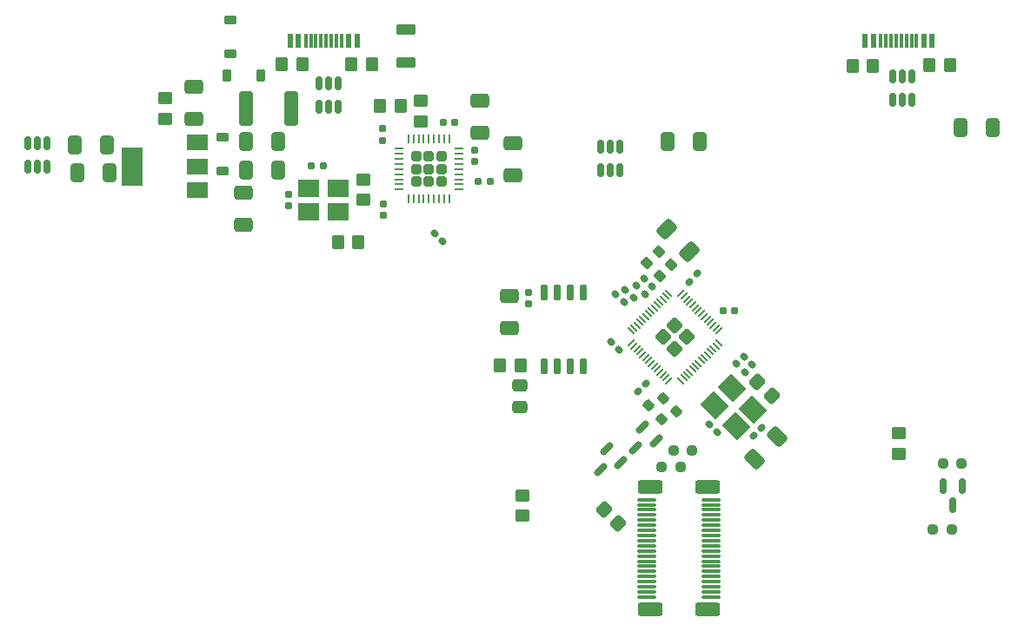
<source format=gbr>
%TF.GenerationSoftware,KiCad,Pcbnew,7.0.10*%
%TF.CreationDate,2024-01-24T01:05:34-05:00*%
%TF.ProjectId,Thinkpad-USB-keyboard-PCB,5468696e-6b70-4616-942d-5553422d6b65,rev?*%
%TF.SameCoordinates,Original*%
%TF.FileFunction,Paste,Top*%
%TF.FilePolarity,Positive*%
%FSLAX46Y46*%
G04 Gerber Fmt 4.6, Leading zero omitted, Abs format (unit mm)*
G04 Created by KiCad (PCBNEW 7.0.10) date 2024-01-24 01:05:34*
%MOMM*%
%LPD*%
G01*
G04 APERTURE LIST*
G04 Aperture macros list*
%AMRoundRect*
0 Rectangle with rounded corners*
0 $1 Rounding radius*
0 $2 $3 $4 $5 $6 $7 $8 $9 X,Y pos of 4 corners*
0 Add a 4 corners polygon primitive as box body*
4,1,4,$2,$3,$4,$5,$6,$7,$8,$9,$2,$3,0*
0 Add four circle primitives for the rounded corners*
1,1,$1+$1,$2,$3*
1,1,$1+$1,$4,$5*
1,1,$1+$1,$6,$7*
1,1,$1+$1,$8,$9*
0 Add four rect primitives between the rounded corners*
20,1,$1+$1,$2,$3,$4,$5,0*
20,1,$1+$1,$4,$5,$6,$7,0*
20,1,$1+$1,$6,$7,$8,$9,0*
20,1,$1+$1,$8,$9,$2,$3,0*%
%AMRotRect*
0 Rectangle, with rotation*
0 The origin of the aperture is its center*
0 $1 length*
0 $2 width*
0 $3 Rotation angle, in degrees counterclockwise*
0 Add horizontal line*
21,1,$1,$2,0,0,$3*%
G04 Aperture macros list end*
%ADD10RoundRect,0.155000X0.259862X-0.040659X-0.040659X0.259862X-0.259862X0.040659X0.040659X-0.259862X0*%
%ADD11RoundRect,0.250000X0.751301X0.167938X0.167938X0.751301X-0.751301X-0.167938X-0.167938X-0.751301X0*%
%ADD12RoundRect,0.250000X0.412500X0.650000X-0.412500X0.650000X-0.412500X-0.650000X0.412500X-0.650000X0*%
%ADD13RoundRect,0.150000X0.150000X-0.512500X0.150000X0.512500X-0.150000X0.512500X-0.150000X-0.512500X0*%
%ADD14RoundRect,0.155000X0.155000X-0.212500X0.155000X0.212500X-0.155000X0.212500X-0.155000X-0.212500X0*%
%ADD15RoundRect,0.250000X0.700000X-0.275000X0.700000X0.275000X-0.700000X0.275000X-0.700000X-0.275000X0*%
%ADD16RoundRect,0.150000X-0.150000X0.587500X-0.150000X-0.587500X0.150000X-0.587500X0.150000X0.587500X0*%
%ADD17RoundRect,0.237500X-0.344715X0.008839X0.008839X-0.344715X0.344715X-0.008839X-0.008839X0.344715X0*%
%ADD18RoundRect,0.237500X-0.250000X-0.237500X0.250000X-0.237500X0.250000X0.237500X-0.250000X0.237500X0*%
%ADD19RoundRect,0.250000X0.450000X-0.350000X0.450000X0.350000X-0.450000X0.350000X-0.450000X-0.350000X0*%
%ADD20RoundRect,0.250000X0.565685X0.070711X0.070711X0.565685X-0.565685X-0.070711X-0.070711X-0.565685X0*%
%ADD21RoundRect,0.250000X-0.350000X-0.450000X0.350000X-0.450000X0.350000X0.450000X-0.350000X0.450000X0*%
%ADD22RoundRect,0.250000X-0.650000X0.412500X-0.650000X-0.412500X0.650000X-0.412500X0.650000X0.412500X0*%
%ADD23R,0.600000X1.450000*%
%ADD24R,0.300000X1.450000*%
%ADD25RoundRect,0.250000X-0.412500X-0.650000X0.412500X-0.650000X0.412500X0.650000X-0.412500X0.650000X0*%
%ADD26RoundRect,0.150000X-0.150000X0.512500X-0.150000X-0.512500X0.150000X-0.512500X0.150000X0.512500X0*%
%ADD27RoundRect,0.155000X-0.259862X0.040659X0.040659X-0.259862X0.259862X-0.040659X-0.040659X0.259862X0*%
%ADD28RoundRect,0.155000X-0.040659X-0.259862X0.259862X0.040659X0.040659X0.259862X-0.259862X-0.040659X0*%
%ADD29RoundRect,0.250000X0.350000X0.450000X-0.350000X0.450000X-0.350000X-0.450000X0.350000X-0.450000X0*%
%ADD30RoundRect,0.225000X-0.225000X-0.375000X0.225000X-0.375000X0.225000X0.375000X-0.225000X0.375000X0*%
%ADD31RoundRect,0.225000X-0.375000X0.225000X-0.375000X-0.225000X0.375000X-0.225000X0.375000X0.225000X0*%
%ADD32R,2.000000X1.500000*%
%ADD33R,2.000000X3.800000*%
%ADD34RoundRect,0.237500X0.380070X-0.044194X-0.044194X0.380070X-0.380070X0.044194X0.044194X-0.380070X0*%
%ADD35RoundRect,0.247500X0.247500X-0.247500X0.247500X0.247500X-0.247500X0.247500X-0.247500X-0.247500X0*%
%ADD36RoundRect,0.062500X0.062500X-0.350000X0.062500X0.350000X-0.062500X0.350000X-0.062500X-0.350000X0*%
%ADD37RoundRect,0.062500X0.350000X-0.062500X0.350000X0.062500X-0.350000X0.062500X-0.350000X-0.062500X0*%
%ADD38R,2.100000X1.800000*%
%ADD39RoundRect,0.155000X-0.212500X-0.155000X0.212500X-0.155000X0.212500X0.155000X-0.212500X0.155000X0*%
%ADD40RoundRect,0.155000X-0.155000X0.212500X-0.155000X-0.212500X0.155000X-0.212500X0.155000X0.212500X0*%
%ADD41RoundRect,0.250000X0.400000X1.450000X-0.400000X1.450000X-0.400000X-1.450000X0.400000X-1.450000X0*%
%ADD42RoundRect,0.150000X0.309359X0.521491X-0.521491X-0.309359X-0.309359X-0.521491X0.521491X0.309359X0*%
%ADD43RoundRect,0.155000X0.040659X0.259862X-0.259862X-0.040659X-0.040659X-0.259862X0.259862X0.040659X0*%
%ADD44RotRect,2.100000X1.800000X135.000000*%
%ADD45RoundRect,0.250000X-0.475000X0.337500X-0.475000X-0.337500X0.475000X-0.337500X0.475000X0.337500X0*%
%ADD46RoundRect,0.150000X0.150000X-0.650000X0.150000X0.650000X-0.150000X0.650000X-0.150000X-0.650000X0*%
%ADD47RoundRect,0.237500X0.250000X0.237500X-0.250000X0.237500X-0.250000X-0.237500X0.250000X-0.237500X0*%
%ADD48RoundRect,0.249999X0.000000X-0.558616X0.558616X0.000000X0.000000X0.558616X-0.558616X0.000000X0*%
%ADD49RoundRect,0.050000X-0.238649X-0.309359X0.309359X0.238649X0.238649X0.309359X-0.309359X-0.238649X0*%
%ADD50RoundRect,0.050000X0.238649X-0.309359X0.309359X-0.238649X-0.238649X0.309359X-0.309359X0.238649X0*%
%ADD51RoundRect,0.250000X0.167938X-0.751301X0.751301X-0.167938X-0.167938X0.751301X-0.751301X0.167938X0*%
%ADD52RoundRect,0.075000X-0.825000X-0.075000X0.825000X-0.075000X0.825000X0.075000X-0.825000X0.075000X0*%
%ADD53RoundRect,0.200000X-1.000000X-0.450000X1.000000X-0.450000X1.000000X0.450000X-1.000000X0.450000X0*%
%ADD54RoundRect,0.250000X-0.450000X0.350000X-0.450000X-0.350000X0.450000X-0.350000X0.450000X0.350000X0*%
G04 APERTURE END LIST*
D10*
%TO.C,C31*%
X28791283Y-33646126D03*
X27988717Y-32843560D03*
%TD*%
D11*
%TO.C,C25*%
X35604854Y-24104854D03*
X33395146Y-21895146D03*
%TD*%
D12*
%TO.C,C18*%
X-21142500Y-13670000D03*
X-24267500Y-13670000D03*
%TD*%
D13*
%TO.C,U4*%
X55420000Y-9235000D03*
X56370000Y-9235000D03*
X57320000Y-9235000D03*
X57320000Y-6960000D03*
X56370000Y-6960000D03*
X55420000Y-6960000D03*
%TD*%
D14*
%TO.C,C7*%
X14710000Y-15297500D03*
X14710000Y-14162500D03*
%TD*%
D15*
%TO.C,L1*%
X8000000Y-5575000D03*
X8000000Y-2425000D03*
%TD*%
D16*
%TO.C,Q3*%
X62210000Y-46922500D03*
X60310000Y-46922500D03*
X61260000Y-48797500D03*
%TD*%
D17*
%TO.C,R4*%
X33044765Y-38354765D03*
X34335235Y-39645235D03*
%TD*%
D18*
%TO.C,R21*%
X34067500Y-43484843D03*
X35892500Y-43484843D03*
%TD*%
D19*
%TO.C,R12*%
X-15400000Y-11100000D03*
X-15400000Y-9100000D03*
%TD*%
D20*
%TO.C,R10*%
X28707107Y-50607107D03*
X27292893Y-49192893D03*
%TD*%
D10*
%TO.C,C11*%
X30190000Y-28554843D03*
X29387434Y-27752277D03*
%TD*%
D21*
%TO.C,R6*%
X5475000Y-9825000D03*
X7475000Y-9825000D03*
%TD*%
D22*
%TO.C,C15*%
X-7810000Y-18337500D03*
X-7810000Y-21462500D03*
%TD*%
D19*
%TO.C,R18*%
X19390000Y-49820000D03*
X19390000Y-47820000D03*
%TD*%
D23*
%TO.C,J7*%
X59250000Y-3485000D03*
X58450000Y-3485000D03*
D24*
X57250000Y-3485000D03*
X56250000Y-3485000D03*
X55750000Y-3485000D03*
X54750000Y-3485000D03*
D23*
X53550000Y-3485000D03*
X52750000Y-3485000D03*
X52750000Y-3485000D03*
X53550000Y-3485000D03*
D24*
X54250000Y-3485000D03*
X55250000Y-3485000D03*
X56750000Y-3485000D03*
X57750000Y-3485000D03*
D23*
X58450000Y-3485000D03*
X59250000Y-3485000D03*
%TD*%
D25*
%TO.C,C14*%
X-7592500Y-13310000D03*
X-4467500Y-13310000D03*
%TD*%
D26*
%TO.C,U10*%
X1450000Y-7662500D03*
X500000Y-7662500D03*
X-450000Y-7662500D03*
X-450000Y-9937500D03*
X500000Y-9937500D03*
X1450000Y-9937500D03*
%TD*%
D27*
%TO.C,C28*%
X40940290Y-34271987D03*
X41742856Y-35074553D03*
%TD*%
D12*
%TO.C,C17*%
X-20887500Y-16390000D03*
X-24012500Y-16390000D03*
%TD*%
D28*
%TO.C,C9*%
X41880290Y-42044553D03*
X42682856Y-41241987D03*
%TD*%
D12*
%TO.C,C33*%
X65157500Y-11975000D03*
X62032500Y-11975000D03*
%TD*%
D29*
%TO.C,R9*%
X53500000Y-5960000D03*
X51500000Y-5960000D03*
%TD*%
D30*
%TO.C,D1*%
X-9450000Y-6900000D03*
X-6150000Y-6900000D03*
%TD*%
D19*
%TO.C,R16*%
X56000000Y-43800000D03*
X56000000Y-41800000D03*
%TD*%
D22*
%TO.C,C19*%
X-12630000Y-8007500D03*
X-12630000Y-11132500D03*
%TD*%
D21*
%TO.C,R8*%
X59000000Y-5890000D03*
X61000000Y-5890000D03*
%TD*%
D19*
%TO.C,R19*%
X3900000Y-19000000D03*
X3900000Y-17000000D03*
%TD*%
D31*
%TO.C,D4*%
X-9820000Y-12902500D03*
X-9820000Y-16202500D03*
%TD*%
D32*
%TO.C,U8*%
X-12340000Y-18030000D03*
X-12340000Y-15730000D03*
D33*
X-18640000Y-15730000D03*
D32*
X-12340000Y-13430000D03*
%TD*%
D34*
%TO.C,C29*%
X33873566Y-25318307D03*
X32653806Y-24098547D03*
%TD*%
D14*
%TO.C,C10*%
X5725000Y-13192500D03*
X5725000Y-12057500D03*
%TD*%
D27*
%TO.C,R13*%
X31198717Y-26673560D03*
X32001283Y-27476126D03*
%TD*%
D35*
%TO.C,U3*%
X9020000Y-17230000D03*
X10250000Y-17230000D03*
X11480000Y-17230000D03*
X9020000Y-16000000D03*
X10250000Y-16000000D03*
X11480000Y-16000000D03*
X9020000Y-14770000D03*
X10250000Y-14770000D03*
X11480000Y-14770000D03*
D36*
X8250000Y-18937500D03*
X8750000Y-18937500D03*
X9250000Y-18937500D03*
X9750000Y-18937500D03*
X10250000Y-18937500D03*
X10750000Y-18937500D03*
X11250000Y-18937500D03*
X11750000Y-18937500D03*
X12250000Y-18937500D03*
D37*
X13187500Y-18000000D03*
X13187500Y-17500000D03*
X13187500Y-17000000D03*
X13187500Y-16500000D03*
X13187500Y-16000000D03*
X13187500Y-15500000D03*
X13187500Y-15000000D03*
X13187500Y-14500000D03*
X13187500Y-14000000D03*
D36*
X12250000Y-13062500D03*
X11750000Y-13062500D03*
X11250000Y-13062500D03*
X10750000Y-13062500D03*
X10250000Y-13062500D03*
X9750000Y-13062500D03*
X9250000Y-13062500D03*
X8750000Y-13062500D03*
X8250000Y-13062500D03*
D37*
X7312500Y-14000000D03*
X7312500Y-14500000D03*
X7312500Y-15000000D03*
X7312500Y-15500000D03*
X7312500Y-16000000D03*
X7312500Y-16500000D03*
X7312500Y-17000000D03*
X7312500Y-17500000D03*
X7312500Y-18000000D03*
%TD*%
D38*
%TO.C,Y1*%
X-1450000Y-20150000D03*
X1450000Y-20150000D03*
X1450000Y-17850000D03*
X-1450000Y-17850000D03*
%TD*%
D39*
%TO.C,C8*%
X15062500Y-17250000D03*
X16197500Y-17250000D03*
%TD*%
D27*
%TO.C,C13*%
X10768717Y-22268717D03*
X11571283Y-23071283D03*
%TD*%
D40*
%TO.C,C6*%
X5775000Y-19382500D03*
X5775000Y-20517500D03*
%TD*%
D41*
%TO.C,F1*%
X-3125000Y-10090000D03*
X-7575000Y-10090000D03*
%TD*%
D21*
%TO.C,R5*%
X1400000Y-23100000D03*
X3400000Y-23100000D03*
%TD*%
D42*
%TO.C,Q2*%
X28940000Y-44634843D03*
X27596497Y-43291340D03*
X26942423Y-45288917D03*
%TD*%
D43*
%TO.C,C23*%
X31381283Y-36898717D03*
X30578717Y-37701283D03*
%TD*%
D44*
%TO.C,Y2*%
X41790051Y-39445402D03*
X39739441Y-37394792D03*
X38113095Y-39021138D03*
X40163705Y-41071748D03*
%TD*%
D45*
%TO.C,R17*%
X19100000Y-37115000D03*
X19100000Y-39190000D03*
%TD*%
D27*
%TO.C,C24*%
X40220290Y-34991987D03*
X41022856Y-35794553D03*
%TD*%
D21*
%TO.C,R15*%
X17200000Y-35190000D03*
X19200000Y-35190000D03*
%TD*%
D31*
%TO.C,D3*%
X-9100000Y-1450000D03*
X-9100000Y-4750000D03*
%TD*%
D20*
%TO.C,R14*%
X43668680Y-38150377D03*
X42254466Y-36736163D03*
%TD*%
D46*
%TO.C,U6*%
X21475000Y-35214843D03*
X22745000Y-35214843D03*
X24015000Y-35214843D03*
X25285000Y-35214843D03*
X25285000Y-28014843D03*
X24015000Y-28014843D03*
X22745000Y-28014843D03*
X21475000Y-28014843D03*
%TD*%
D25*
%TO.C,C16*%
X-7552500Y-16140000D03*
X-4427500Y-16140000D03*
%TD*%
D22*
%TO.C,C1*%
X15200000Y-9362500D03*
X15200000Y-12487500D03*
%TD*%
D39*
%TO.C,C12*%
X11657500Y-11475000D03*
X12792500Y-11475000D03*
%TD*%
D47*
%TO.C,R23*%
X61180000Y-51130000D03*
X59355000Y-51130000D03*
%TD*%
D39*
%TO.C,C30*%
X38912500Y-29824843D03*
X40047500Y-29824843D03*
%TD*%
D23*
%TO.C,J1*%
X3250000Y-3485000D03*
X2450000Y-3485000D03*
D24*
X1250000Y-3485000D03*
X250000Y-3485000D03*
X-250000Y-3485000D03*
X-1250000Y-3485000D03*
D23*
X-2450000Y-3485000D03*
X-3250000Y-3485000D03*
X-3250000Y-3485000D03*
X-2450000Y-3485000D03*
D24*
X-1750000Y-3485000D03*
X-750000Y-3485000D03*
X750000Y-3485000D03*
X1750000Y-3485000D03*
D23*
X2450000Y-3485000D03*
X3250000Y-3485000D03*
%TD*%
D29*
%TO.C,R2*%
X-2080000Y-5750000D03*
X-4080000Y-5750000D03*
%TD*%
D10*
%TO.C,C27*%
X29240000Y-29004843D03*
X28437434Y-28202277D03*
%TD*%
D48*
%TO.C,U2*%
X33082315Y-32389798D03*
X34213686Y-33521169D03*
X34213686Y-31258427D03*
X35345057Y-32389798D03*
D49*
X29944529Y-32982000D03*
X30227372Y-33264843D03*
X30510214Y-33547685D03*
X30793057Y-33830528D03*
X31075900Y-34113371D03*
X31358742Y-34396213D03*
X31641585Y-34679056D03*
X31924428Y-34961899D03*
X32207271Y-35244742D03*
X32490113Y-35527584D03*
X32772956Y-35810427D03*
X33055799Y-36093270D03*
X33338641Y-36376112D03*
X33621484Y-36658955D03*
D50*
X34805888Y-36658955D03*
X35088731Y-36376112D03*
X35371573Y-36093270D03*
X35654416Y-35810427D03*
X35937259Y-35527584D03*
X36220101Y-35244742D03*
X36502944Y-34961899D03*
X36785787Y-34679056D03*
X37068630Y-34396213D03*
X37351472Y-34113371D03*
X37634315Y-33830528D03*
X37917158Y-33547685D03*
X38200000Y-33264843D03*
X38482843Y-32982000D03*
D49*
X38482843Y-31797596D03*
X38200000Y-31514753D03*
X37917158Y-31231911D03*
X37634315Y-30949068D03*
X37351472Y-30666225D03*
X37068630Y-30383383D03*
X36785787Y-30100540D03*
X36502944Y-29817697D03*
X36220101Y-29534854D03*
X35937259Y-29252012D03*
X35654416Y-28969169D03*
X35371573Y-28686326D03*
X35088731Y-28403484D03*
X34805888Y-28120641D03*
D50*
X33621484Y-28120641D03*
X33338641Y-28403484D03*
X33055799Y-28686326D03*
X32772956Y-28969169D03*
X32490113Y-29252012D03*
X32207271Y-29534854D03*
X31924428Y-29817697D03*
X31641585Y-30100540D03*
X31358742Y-30383383D03*
X31075900Y-30666225D03*
X30793057Y-30949068D03*
X30510214Y-31231911D03*
X30227372Y-31514753D03*
X29944529Y-31797596D03*
%TD*%
D18*
%TO.C,R22*%
X60320000Y-44730000D03*
X62145000Y-44730000D03*
%TD*%
D39*
%TO.C,C4*%
X-1192500Y-15725000D03*
X-57500Y-15725000D03*
%TD*%
D22*
%TO.C,C32*%
X18120000Y-28425000D03*
X18120000Y-31550000D03*
%TD*%
D40*
%TO.C,C26*%
X19930000Y-28017343D03*
X19930000Y-29152343D03*
%TD*%
%TO.C,C3*%
X-3380000Y-18482500D03*
X-3380000Y-19617500D03*
%TD*%
D13*
%TO.C,U5*%
X26950000Y-16075000D03*
X27900000Y-16075000D03*
X28850000Y-16075000D03*
X28850000Y-13800000D03*
X27900000Y-13800000D03*
X26950000Y-13800000D03*
%TD*%
D17*
%TO.C,R20*%
X31650000Y-39084843D03*
X32940470Y-40375313D03*
%TD*%
D51*
%TO.C,C34*%
X41985146Y-44284854D03*
X44194854Y-42075146D03*
%TD*%
D12*
%TO.C,C20*%
X36637500Y-13350000D03*
X33512500Y-13350000D03*
%TD*%
D52*
%TO.C,J6*%
X31500000Y-57750000D03*
X37700000Y-57750000D03*
X31500000Y-57250000D03*
X37700000Y-57250000D03*
X31500000Y-56750000D03*
X37700000Y-56750000D03*
X31500000Y-56250000D03*
X37700000Y-56250000D03*
X31500000Y-55750000D03*
X37700000Y-55750000D03*
X31500000Y-55250000D03*
X37700000Y-55250000D03*
X31500000Y-54750000D03*
X37700000Y-54750000D03*
X31500000Y-54250000D03*
X37700000Y-54250000D03*
X31500000Y-53750000D03*
X37700000Y-53750000D03*
X31500000Y-53250000D03*
X37700000Y-53250000D03*
X31500000Y-52750000D03*
X37700000Y-52750000D03*
X31500000Y-52250000D03*
X37700000Y-52250000D03*
X31500000Y-51750000D03*
X37700000Y-51750000D03*
X31500000Y-51250000D03*
X37700000Y-51250000D03*
X31500000Y-50750000D03*
X37700000Y-50750000D03*
X31500000Y-50250000D03*
X37700000Y-50250000D03*
X31500000Y-49750000D03*
X37700000Y-49750000D03*
X31500000Y-49250000D03*
X37700000Y-49250000D03*
X31500000Y-48750000D03*
X37700000Y-48750000D03*
X31500000Y-48250000D03*
X37700000Y-48250000D03*
D53*
X31800000Y-47050000D03*
X31800000Y-58950000D03*
X37400000Y-47050000D03*
X37400000Y-58950000D03*
%TD*%
D18*
%TO.C,R11*%
X32937500Y-45084843D03*
X34762500Y-45084843D03*
%TD*%
D28*
%TO.C,C22*%
X35578717Y-26996126D03*
X36381283Y-26193560D03*
%TD*%
D34*
%TO.C,C21*%
X32723566Y-26418307D03*
X31503806Y-25198547D03*
%TD*%
D21*
%TO.C,R1*%
X2700000Y-5750000D03*
X4700000Y-5750000D03*
%TD*%
D13*
%TO.C,U1*%
X-28850000Y-15737500D03*
X-27900000Y-15737500D03*
X-26950000Y-15737500D03*
X-26950000Y-13462500D03*
X-27900000Y-13462500D03*
X-28850000Y-13462500D03*
%TD*%
D27*
%TO.C,R3*%
X30488717Y-27393560D03*
X31291283Y-28196126D03*
%TD*%
D42*
%TO.C,Q1*%
X32404664Y-42513682D03*
X31061161Y-41170179D03*
X30407087Y-43167756D03*
%TD*%
D10*
%TO.C,C5*%
X38344139Y-41695836D03*
X37541573Y-40893270D03*
%TD*%
D22*
%TO.C,C2*%
X18430000Y-13477500D03*
X18430000Y-16602500D03*
%TD*%
D54*
%TO.C,R7*%
X9450000Y-9350000D03*
X9450000Y-11350000D03*
%TD*%
M02*

</source>
